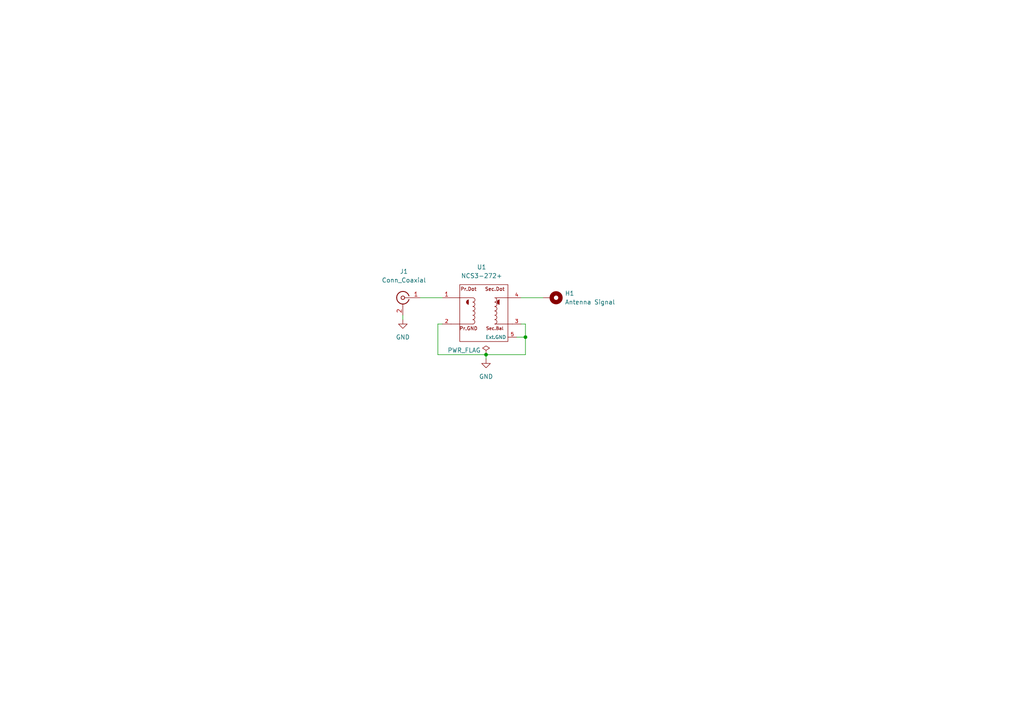
<source format=kicad_sch>
(kicad_sch (version 20211123) (generator eeschema)
  (paper "A4")
  (lib_symbols
    (symbol "Connector:Conn_Coaxial" (pin_names (offset 1.016) hide)
      (property "Reference" "J" (at 0.254 3.048 0))
      (property "Value" "Conn_Coaxial" (at 2.921 0 90))
      (symbol "Conn_Coaxial_0_1"
        (arc (start -1.778 -0.508) (mid 0.222 -1.808) (end 1.778 0) (stroke (width 0.254)))
        (polyline (pts (xy -2.54 0) (xy -0.508 0)))
        (polyline (pts (xy 0 -2.54) (xy 0 -1.778)))
        (circle (center 0 0) (radius 0.508) (stroke (width 0.2032)))
        (arc (start 1.778 0) (mid 0.222 1.8083) (end -1.778 0.508) (stroke (width 0.254)))
      )
      (symbol "Conn_Coaxial_1_1"
        (pin passive line (at -5.08 0 0) (length 2.54) (name "In") (number "1"))
        (pin passive line (at 0 -5.08 90) (length 2.54) (name "Ext") (number "2"))
      )
    )
    (symbol "Mechanical:MountingHole_Pad" (pin_numbers hide) (pin_names (offset 1.016) hide)
      (property "Reference" "H" (at 0 6.35 0))
      (property "Value" "MountingHole_Pad" (at 0 4.445 0))
      (symbol "MountingHole_Pad_0_1"
        (circle (center 0 1.27) (radius 1.27) (stroke (width 1.27)))
      )
      (symbol "MountingHole_Pad_1_1"
        (pin input line (at 0 -2.54 90) (length 2.54) (name "1") (number "1"))
      )
    )
    (symbol "U-Minicircuits-NCS3-272+-ceramic-transformer:NCS3-272+"
      (property "Reference" "U" (at 0 0 0))
      (property "Value" "NCS3-272+" (at -0.635 13.335 0))
      (symbol "NCS3-272+_0_0"
        (arc (start -5.08 6.985) (mid -5.7798 6.35) (end -5.08 5.715) (stroke (width 0.1524)) (fill (type outline)))
        (arc (start -5.08 6.985) (mid -5.6702 6.35) (end -5.08 5.715) (stroke (width 0.1524)) (fill (type outline)))
        (arc (start 3.8718 6.985) (mid 3.172 6.35) (end 3.8718 5.715) (stroke (width 0.1524)) (fill (type outline)))
        (arc (start 3.8718 6.985) (mid 3.248 6.35) (end 3.8718 5.715) (stroke (width 0.1524)) (fill (type outline)))
        (text "Pr.Dot" (at -5.08 10.16 0) (effects (font (size 1 1))))
        (text "Pr.GND" (at -5.08 -1.27 0) (effects (font (size 1 1))))
        (text "Sec.Bal" (at 2.54 -1.27 0) (effects (font (size 0.9 0.9))))
        (text "Sec.Dot" (at 2.54 10.16 0) (effects (font (size 1 1))))
      )
      (symbol "NCS3-272+_0_1"
        (rectangle (start -7.62 11.43) (end 6.35 -5.08) (stroke (width 0.1524)))
        (arc (start -3.81 0) (mid -3.2399 0.635) (end -3.81 1.27) (stroke (width 0.1524)))
        (arc (start -3.81 1.27) (mid -3.2198 1.905) (end -3.81 2.54) (stroke (width 0.1524)))
        (arc (start -3.81 2.54) (mid -3.1997 3.175) (end -3.81 3.81) (stroke (width 0.1524)))
        (arc (start -3.81 3.81) (mid -3.1971 4.445) (end -3.81 5.08) (stroke (width 0.1524)))
        (arc (start -3.81 5.08) (mid -3.2198 5.715) (end -3.81 6.35) (stroke (width 0.1524)))
        (arc (start -3.81 6.35) (mid -3.1971 6.985) (end -3.81 7.62) (stroke (width 0.1524)))
        (polyline (pts (xy -10.16 0) (xy -3.81 0)) (stroke (width 0.1524)))
        (polyline (pts (xy -10.16 7.62) (xy -3.81 7.62)) (stroke (width 0.1524)))
        (polyline (pts (xy 7.62 0) (xy 2.54 0)) (stroke (width 0.1524)))
        (polyline (pts (xy 7.62 7.62) (xy 2.54 7.62)) (stroke (width 0.1524)))
        (arc (start 2.54 0) (mid 3.1864 0.635) (end 2.54 1.27) (stroke (width 0.1524)))
        (arc (start 2.54 1.27) (mid 3.2097 1.905) (end 2.54 2.54) (stroke (width 0.1524)))
        (arc (start 2.54 2.54) (mid 3.2097 3.175) (end 2.54 3.81) (stroke (width 0.1524)))
        (arc (start 2.54 3.81) (mid 3.1864 4.445) (end 2.54 5.08) (stroke (width 0.1524)))
        (arc (start 2.54 5.08) (mid 3.1864 5.715) (end 2.54 6.35) (stroke (width 0.1524)))
        (arc (start 2.54 6.35) (mid 3.2097 6.985) (end 2.54 7.62) (stroke (width 0.1524)))
      )
      (symbol "NCS3-272+_1_1"
        (pin passive line (at -12.7 7.62 0) (length 2.54) (name "") (number "1"))
        (pin passive line (at -12.7 0 0) (length 2.54) (name "") (number "2"))
        (pin passive line (at 10.16 0 180) (length 2.54) (name "") (number "3"))
        (pin passive line (at 10.16 7.62 180) (length 2.54) (name "") (number "4"))
        (pin power_in line (at 8.89 -3.81 180) (length 2.54) (name "Ext.GND") (number "5"))
      )
    )
    (symbol "power:GND" (power) (pin_names (offset 0))
      (property "Value" "GND" (at 0 -3.81 0))
      (symbol "GND_0_1"
        (polyline (pts (xy 0 0) (xy 0 -1.27) (xy 1.27 -1.27) (xy 0 -2.54) (xy -1.27 -1.27) (xy 0 -1.27)))
      )
      (symbol "GND_1_1"
        (pin power_in line (at 0 0 270) (length 0) hide (name "GND") (number "1"))
      )
    )
    (symbol "power:PWR_FLAG" (power) (pin_numbers hide) (pin_names (offset 0) hide)
      (property "Value" "PWR_FLAG" (at 0 3.81 0))
      (symbol "PWR_FLAG_0_0"
        (pin power_out line (at 0 0 90) (length 0) (name "pwr") (number "1"))
      )
      (symbol "PWR_FLAG_0_1"
        (polyline (pts (xy 0 0) (xy 0 1.27) (xy -1.016 1.905) (xy 0 2.54) (xy 1.016 1.905) (xy 0 1.27)))
      )
    )
  )
  (junction (at 140.97 102.87))
  (junction (at 152.4 97.79))
  (wire (pts (xy 121.92 86.36) (xy 128.27 86.36)))
  (wire (pts (xy 127 93.98) (xy 128.27 93.98)))
  (wire (pts (xy 140.97 102.87) (xy 140.97 104.14)))
  (wire (pts (xy 127 102.87) (xy 140.97 102.87)))
  (wire (pts (xy 151.13 86.36) (xy 157.48 86.36)))
  (wire (pts (xy 140.97 102.87) (xy 152.4 102.87)))
  (wire (pts (xy 151.13 93.98) (xy 152.4 93.98)))
  (wire (pts (xy 127 93.98) (xy 127 102.87)))
  (wire (pts (xy 149.86 97.79) (xy 152.4 97.79)))
  (wire (pts (xy 152.4 93.98) (xy 152.4 97.79)))
  (wire (pts (xy 116.84 91.44) (xy 116.84 92.71)))
  (wire (pts (xy 152.4 97.79) (xy 152.4 102.87)))
  (symbol (lib_id "Connector:Conn_Coaxial") (at 116.84 86.36 0) (mirror y) (unit 1)
    (property "Reference" "J1" (at 117.1574 78.74 0))
    (property "Value" "Conn_Coaxial" (at 117.1574 81.28 0))
    (property "Footprint" "oresat-footprints:J-Amphenol-132134-10-SMA-F-SMT-vertical" (effects hide))
    (property "Datasheet" "https://www.digikey.com/en/products/detail/amphenol-rf/132134-10/3125418" (effects hide))
  )
  (symbol (lib_id "power:PWR_FLAG") (at 140.97 102.87 0) (unit 1)
    (property "Reference" "#FLG01" (effects hide))
    (property "Value" "PWR_FLAG" (at 134.62 101.6 0))
  )
  (symbol (lib_id "U-Minicircuits-NCS3-272+-ceramic-transformer:NCS3-272+") (at 140.97 93.98 0) (unit 1)
    (property "Reference" "U1" (at 139.7 77.47 0))
    (property "Value" "NCS3-272+" (at 139.7 80.01 0))
    (property "Footprint" "oresat-footprints:U-Minicircuits-GE0805C-9" (effects hide))
    (property "Datasheet" "https://www.minicircuits.com/pdfs/NCS3-272+.pdf" (effects hide))
  )
  (symbol (lib_id "Mechanical:MountingHole_Pad") (at 160.02 86.36 270) (unit 1)
    (property "Reference" "H1" (at 163.83 85.0899 90) (effects (justify left)))
    (property "Value" "Antenna Signal" (at 163.83 87.6299 90) (effects (justify left)))
    (property "Footprint" "Connector_Pin:Pin_D0.7mm_L6.5mm_W1.8mm_FlatFork" (effects hide))
  )
  (symbol (lib_id "power:GND") (at 140.97 104.14 0) (unit 1)
    (property "Reference" "#PWR02" (effects hide))
    (property "Value" "GND" (at 140.97 109.22 0))
  )
  (symbol (lib_id "power:GND") (at 116.84 92.71 0) (unit 1)
    (property "Reference" "#PWR01" (effects hide))
    (property "Value" "GND" (at 116.84 97.79 0))
  )
)
</source>
